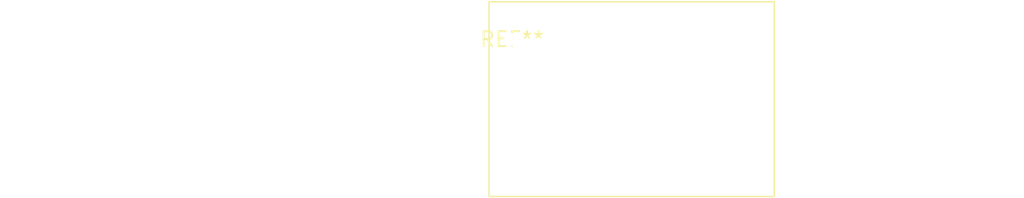
<source format=kicad_pcb>
(kicad_pcb (version 20240108) (generator pcbnew)
  (layers (0 "F.Cu" signal) (31 "B.Cu" signal) (34 "B.Paste" user) (35 "F.Paste" user) (36 "B.SilkS" user "B.Silkscreen") (37 "F.SilkS" user "F.Silkscreen") (38 "B.Mask" user) (39 "F.Mask" user) (44 "Edge.Cuts" user))
  (net 0 "")
  (footprint "L_CommonMode_Toroid_Vertical_L24.0mm_W16.3mm_Px10.16mm_Py20.32mm_Murata_5200" (layer "F.Cu") (at 0 0)
    (property "Reference" "REF**")
    (property "Value" "L_CommonMode_Toroid_Vertical_L24.0mm_W16.3mm_Px10.16mm_Py20.32mm_Murata_5200")
    (fp_line (start -1.96 -3.19) (end -1.96 13.35) (layer "F.SilkS") (stroke (width 0.12)))
    (fp_line (start -1.96 -3.19) (end 22.28 -3.19) (layer "F.SilkS") (stroke (width 0.12)))
    (fp_line (start -1.96 13.35) (end 22.28 13.35) (layer "F.SilkS") (stroke (width 0.12)))
    (fp_line (start 22.28 -3.19) (end 22.28 13.35) (layer "F.SilkS") (stroke (width 0.12)))
    (pad "1" thru_hole rect (at 0 0) (size 2.2 2.2) (drill 1.1) (layers *.Cu *.Mask) (remove_unused_layers))
    (pad "2" thru_hole circle (at 0 10.16) (size 2.2 2.2) (drill 1.1) (layers *.Cu *.Mask) (remove_unused_layers))
    (pad "3" thru_hole circle (at 20.32 10.16) (size 2.2 2.2) (drill 1.1) (layers *.Cu *.Mask) (remove_unused_layers))
    (pad "4" thru_hole circle (at 20.32 0) (size 2.2 2.2) (drill 1.1) (layers *.Cu *.Mask) (remove_unused_layers))
  )
)
</source>
